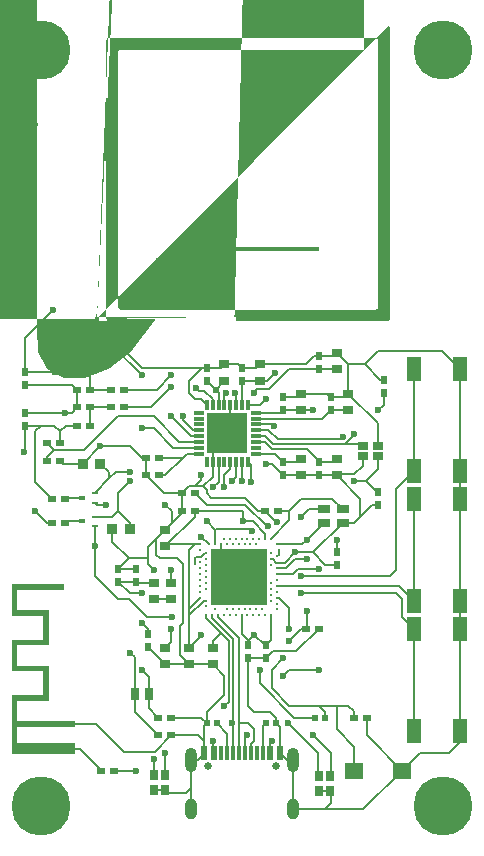
<source format=gtl>
G04 #@! TF.GenerationSoftware,KiCad,Pcbnew,9.0.3*
G04 #@! TF.CreationDate,2025-07-18T23:55:15-07:00*
G04 #@! TF.ProjectId,kikard,6b696b61-7264-42e6-9b69-6361645f7063,rev?*
G04 #@! TF.SameCoordinates,Original*
G04 #@! TF.FileFunction,Copper,L1,Top*
G04 #@! TF.FilePolarity,Positive*
%FSLAX46Y46*%
G04 Gerber Fmt 4.6, Leading zero omitted, Abs format (unit mm)*
G04 Created by KiCad (PCBNEW 9.0.3) date 2025-07-18 23:55:15*
%MOMM*%
%LPD*%
G01*
G04 APERTURE LIST*
G04 Aperture macros list*
%AMRoundRect*
0 Rectangle with rounded corners*
0 $1 Rounding radius*
0 $2 $3 $4 $5 $6 $7 $8 $9 X,Y pos of 4 corners*
0 Add a 4 corners polygon primitive as box body*
4,1,4,$2,$3,$4,$5,$6,$7,$8,$9,$2,$3,0*
0 Add four circle primitives for the rounded corners*
1,1,$1+$1,$2,$3*
1,1,$1+$1,$4,$5*
1,1,$1+$1,$6,$7*
1,1,$1+$1,$8,$9*
0 Add four rect primitives between the rounded corners*
20,1,$1+$1,$2,$3,$4,$5,0*
20,1,$1+$1,$4,$5,$6,$7,0*
20,1,$1+$1,$6,$7,$8,$9,0*
20,1,$1+$1,$8,$9,$2,$3,0*%
%AMFreePoly0*
4,1,203,24.639018,24.796157,24.711114,24.766294,24.766294,24.711114,24.796157,24.639018,24.800000,24.600000,24.800000,0.000000,24.796157,-0.039018,24.766294,-0.111114,24.711114,-0.166294,24.639018,-0.196157,24.600000,-0.200000,1.000000,-0.200000,0.960982,-0.196157,0.888886,-0.166294,0.833706,-0.111114,0.803843,-0.039018,0.800000,0.000000,0.800000,23.600000,0.803843,23.639018,0.833706,23.711114,
0.888886,23.766294,0.960982,23.796157,1.000000,23.800000,23.600000,23.800000,23.639018,23.796157,23.711114,23.766294,23.766294,23.711114,23.796157,23.639018,23.800000,23.600000,23.800000,1.000000,23.796157,0.960982,23.766294,0.888886,23.711114,0.833706,23.639018,0.803843,23.600000,0.800000,2.000000,0.800000,1.960982,0.803843,1.888886,0.833706,1.833706,0.888886,1.803843,0.960982,
1.800000,1.000000,1.800000,22.600000,1.803843,22.639018,1.833706,22.711114,1.888886,22.766294,1.960982,22.796157,2.000000,22.800000,22.600000,22.800000,22.639018,22.796157,22.711114,22.766294,22.766294,22.711114,22.796157,22.639018,22.800000,22.600000,22.800000,2.000000,22.796157,1.960982,22.766294,1.888886,22.711114,1.833706,22.639018,1.803843,22.600000,1.800000,3.000000,1.800000,
2.960982,1.803843,2.888886,1.833706,2.833706,1.888886,2.803843,1.960982,2.800000,2.000000,2.800000,21.600000,2.803843,21.639018,2.833706,21.711114,2.888886,21.766294,2.960982,21.796157,3.000000,21.800000,21.600000,21.800000,21.639018,21.796157,21.711114,21.766294,21.766294,21.711114,21.796157,21.639018,21.800000,21.600000,21.800000,3.000000,21.796157,2.960982,21.766294,2.888886,
21.711114,2.833706,21.639018,2.803843,21.600000,2.800000,4.000000,2.800000,3.960982,2.803843,3.888886,2.833706,3.833706,2.888886,3.803843,2.960982,3.800000,3.000000,3.800000,20.600000,3.803843,20.639018,3.833706,20.711114,3.888886,20.766294,3.960982,20.796157,4.000000,20.800000,20.600000,20.800000,20.639018,20.796157,20.711114,20.766294,20.766294,20.711114,20.796157,20.639018,
20.800000,20.600000,20.800000,4.000000,20.796157,3.960982,20.766294,3.888886,20.711114,3.833706,20.639018,3.803843,20.600000,3.800000,5.000000,3.800000,4.960982,3.803843,4.888886,3.833706,4.833706,3.888886,4.803843,3.960982,4.800000,4.000000,4.800000,19.600000,4.803843,19.639018,4.833706,19.711114,4.888886,19.766294,4.960982,19.796157,5.000000,19.800000,19.600000,19.800000,
19.639018,19.796157,19.711114,19.766294,19.766294,19.711114,19.796157,19.639018,19.800000,19.600000,19.800000,5.000000,19.796157,4.960982,19.766294,4.888886,19.711114,4.833706,19.639018,4.803843,19.600000,4.800000,6.000000,4.800000,5.960982,4.803843,5.888886,4.833706,5.833706,4.888886,5.803843,4.960982,5.800000,5.000000,5.800000,18.600000,5.803843,18.639018,5.833706,18.711114,
5.888886,18.766294,5.960982,18.796157,6.000000,18.800000,18.600000,18.800000,18.639018,18.796157,18.711114,18.766294,18.766294,18.711114,18.796157,18.639018,18.800000,18.600000,18.800000,6.000000,18.796157,5.960982,18.766294,5.888886,18.711114,5.833706,18.639018,5.803843,18.560982,5.803843,18.488886,5.833706,18.433706,5.888886,18.403843,5.960982,18.400000,6.000000,18.400000,18.400000,
6.200000,18.400000,6.200000,5.200000,19.400000,5.200000,19.400000,19.400000,5.200000,19.400000,5.200000,4.200000,20.400000,4.200000,20.400000,20.400000,4.200000,20.400000,4.200000,3.200000,21.400000,3.200000,21.400000,21.400000,3.200000,21.400000,3.200000,2.200000,22.400000,2.200000,22.400000,22.400000,2.200000,22.400000,2.200000,1.200000,23.400000,1.200000,23.400000,23.400000,
1.200000,23.400000,1.200000,0.200000,24.400000,0.200000,24.400000,24.400000,0.200000,24.400000,0.200000,0.000000,0.196157,-0.039018,0.166294,-0.111114,0.111114,-0.166294,0.039018,-0.196157,-0.039018,-0.196157,-0.111114,-0.166294,-0.166294,-0.111114,-0.196157,-0.039018,-0.200000,0.000000,-0.200000,24.600000,-0.196157,24.639018,-0.166294,24.711114,-0.111114,24.766294,-0.039018,24.796157,
0.000000,24.800000,24.600000,24.800000,24.639018,24.796157,24.639018,24.796157,$1*%
%AMFreePoly1*
4,1,21,11.639018,0.196157,11.711114,0.166294,11.766294,0.111114,11.796157,0.039018,11.796157,-0.039018,11.766294,-0.111114,11.711114,-0.166294,11.639018,-0.196157,11.600000,-0.200000,0.000000,-0.200000,-0.039018,-0.196157,-0.111114,-0.166294,-0.166294,-0.111114,-0.196157,-0.039018,-0.196157,0.039018,-0.166294,0.111114,-0.111114,0.166294,-0.039018,0.196157,0.000000,0.200000,11.600000,0.200000,
11.639018,0.196157,11.639018,0.196157,$1*%
G04 Aperture macros list end*
G04 #@! TA.AperFunction,EtchedComponent*
%ADD10C,0.000000*%
G04 #@! TD*
G04 #@! TA.AperFunction,SMDPad,CuDef*
%ADD11R,0.700000X0.900000*%
G04 #@! TD*
G04 #@! TA.AperFunction,SMDPad,CuDef*
%ADD12R,0.540000X0.790000*%
G04 #@! TD*
G04 #@! TA.AperFunction,SMDPad,CuDef*
%ADD13R,0.790000X0.540000*%
G04 #@! TD*
G04 #@! TA.AperFunction,SMDPad,CuDef*
%ADD14R,0.900000X0.800000*%
G04 #@! TD*
G04 #@! TA.AperFunction,SMDPad,CuDef*
%ADD15R,0.810000X0.860000*%
G04 #@! TD*
G04 #@! TA.AperFunction,SMDPad,CuDef*
%ADD16R,0.490000X0.290000*%
G04 #@! TD*
G04 #@! TA.AperFunction,SMDPad,CuDef*
%ADD17R,0.490000X0.430000*%
G04 #@! TD*
G04 #@! TA.AperFunction,ComponentPad*
%ADD18C,5.000000*%
G04 #@! TD*
G04 #@! TA.AperFunction,SMDPad,CuDef*
%ADD19R,1.100000X0.800000*%
G04 #@! TD*
G04 #@! TA.AperFunction,SMDPad,CuDef*
%ADD20R,0.570000X0.540000*%
G04 #@! TD*
G04 #@! TA.AperFunction,SMDPad,CuDef*
%ADD21RoundRect,0.032500X0.387500X0.097500X-0.387500X0.097500X-0.387500X-0.097500X0.387500X-0.097500X0*%
G04 #@! TD*
G04 #@! TA.AperFunction,SMDPad,CuDef*
%ADD22RoundRect,0.032500X0.097500X0.387500X-0.097500X0.387500X-0.097500X-0.387500X0.097500X-0.387500X0*%
G04 #@! TD*
G04 #@! TA.AperFunction,SMDPad,CuDef*
%ADD23R,3.500000X3.500000*%
G04 #@! TD*
G04 #@! TA.AperFunction,SMDPad,CuDef*
%ADD24R,0.860000X0.800000*%
G04 #@! TD*
G04 #@! TA.AperFunction,SMDPad,CuDef*
%ADD25R,1.530000X1.360000*%
G04 #@! TD*
G04 #@! TA.AperFunction,ComponentPad*
%ADD26C,0.400000*%
G04 #@! TD*
G04 #@! TA.AperFunction,SMDPad,CuDef*
%ADD27FreePoly0,0.000000*%
G04 #@! TD*
G04 #@! TA.AperFunction,SMDPad,CuDef*
%ADD28FreePoly1,0.000000*%
G04 #@! TD*
G04 #@! TA.AperFunction,SMDPad,CuDef*
%ADD29R,1.200000X2.000000*%
G04 #@! TD*
G04 #@! TA.AperFunction,SMDPad,CuDef*
%ADD30R,0.800000X1.000000*%
G04 #@! TD*
G04 #@! TA.AperFunction,SMDPad,CuDef*
%ADD31R,0.850000X0.700000*%
G04 #@! TD*
G04 #@! TA.AperFunction,ComponentPad*
%ADD32C,0.650000*%
G04 #@! TD*
G04 #@! TA.AperFunction,ComponentPad*
%ADD33O,1.000000X2.100000*%
G04 #@! TD*
G04 #@! TA.AperFunction,ComponentPad*
%ADD34O,1.000000X1.800000*%
G04 #@! TD*
G04 #@! TA.AperFunction,SMDPad,CuDef*
%ADD35R,0.600000X1.150000*%
G04 #@! TD*
G04 #@! TA.AperFunction,SMDPad,CuDef*
%ADD36R,0.300000X1.150000*%
G04 #@! TD*
G04 #@! TA.AperFunction,ConnectorPad*
%ADD37R,0.500000X0.500000*%
G04 #@! TD*
G04 #@! TA.AperFunction,ComponentPad*
%ADD38R,0.500000X0.900000*%
G04 #@! TD*
G04 #@! TA.AperFunction,SMDPad,CuDef*
%ADD39R,4.850000X4.850000*%
G04 #@! TD*
G04 #@! TA.AperFunction,SMDPad,CuDef*
%ADD40C,0.275000*%
G04 #@! TD*
G04 #@! TA.AperFunction,ViaPad*
%ADD41C,0.500000*%
G04 #@! TD*
G04 #@! TA.AperFunction,ViaPad*
%ADD42C,0.600000*%
G04 #@! TD*
G04 #@! TA.AperFunction,ViaPad*
%ADD43C,0.250000*%
G04 #@! TD*
G04 #@! TA.AperFunction,Conductor*
%ADD44C,0.200000*%
G04 #@! TD*
G04 APERTURE END LIST*
D10*
G04 #@! TA.AperFunction,EtchedComponent*
G36*
X134915000Y-113700000D02*
G01*
X130975000Y-113700000D01*
X130975000Y-115400000D01*
X133615000Y-115400000D01*
X133615000Y-118400000D01*
X130975000Y-118400000D01*
X130975000Y-120100000D01*
X133615000Y-120100000D01*
X133615000Y-123100000D01*
X130975000Y-123100000D01*
X130975000Y-124800000D01*
X135875000Y-124800000D01*
X135875000Y-125300000D01*
X130975000Y-125300000D01*
X130975000Y-126700000D01*
X135875000Y-126700000D01*
X135875000Y-127600000D01*
X135631785Y-127600000D01*
X130475000Y-127600000D01*
X130475000Y-127157267D01*
X135477018Y-127157267D01*
X135484908Y-127205353D01*
X135501814Y-127238245D01*
X135538584Y-127273185D01*
X135583378Y-127292847D01*
X135631785Y-127297583D01*
X135679395Y-127287742D01*
X135721797Y-127263674D01*
X135754581Y-127225731D01*
X135758935Y-127217819D01*
X135771043Y-127175156D01*
X135770300Y-127126637D01*
X135757400Y-127081122D01*
X135746787Y-127062511D01*
X135711553Y-127028868D01*
X135666368Y-127008309D01*
X135616842Y-127001778D01*
X135568583Y-127010218D01*
X135536357Y-127027112D01*
X135503687Y-127062372D01*
X135483592Y-127107682D01*
X135477018Y-127157267D01*
X130475000Y-127157267D01*
X130475000Y-122600000D01*
X133115000Y-122600000D01*
X133115000Y-120600000D01*
X130475000Y-120600000D01*
X130475000Y-117900000D01*
X133115000Y-117900000D01*
X133115000Y-115900000D01*
X130475000Y-115900000D01*
X130475000Y-113200000D01*
X134915000Y-113200000D01*
X134915000Y-113700000D01*
G37*
G04 #@! TD.AperFunction*
D11*
X157400000Y-130730000D03*
X156500000Y-130730000D03*
X157400000Y-129430000D03*
X156500000Y-129430000D03*
X143450000Y-130650000D03*
X142550000Y-130650000D03*
X143450000Y-129350000D03*
X142550000Y-129350000D03*
D12*
X150500000Y-119500000D03*
X150500000Y-118400000D03*
D13*
X141900000Y-102500000D03*
X143000000Y-102500000D03*
D14*
X147500000Y-118600000D03*
X147500000Y-120000000D03*
D13*
X133500000Y-102780000D03*
X134600000Y-102780000D03*
D15*
X139000000Y-108500000D03*
X140500000Y-108500000D03*
D14*
X159000000Y-97100000D03*
X159000000Y-98500000D03*
D16*
X137500000Y-108300000D03*
X137500000Y-107500000D03*
D17*
X136440000Y-107900000D03*
D13*
X138900000Y-96750000D03*
X140000000Y-96750000D03*
X144900000Y-107000000D03*
X146000000Y-107000000D03*
D12*
X156500000Y-104000000D03*
X156500000Y-102900000D03*
X141000000Y-111900000D03*
X141000000Y-113000000D03*
D18*
X167000000Y-132000000D03*
D12*
X147000000Y-94900000D03*
X147000000Y-96000000D03*
D19*
X156900000Y-108010000D03*
X158500000Y-108000000D03*
X158500000Y-106850000D03*
X156900000Y-106860000D03*
D13*
X134600000Y-101280000D03*
X133500000Y-101280000D03*
D20*
X156140000Y-124500000D03*
X157000000Y-124500000D03*
D13*
X146000000Y-105500000D03*
X144900000Y-105500000D03*
X144000000Y-124500000D03*
X142900000Y-124500000D03*
D21*
X151185000Y-102185000D03*
X151185000Y-101685000D03*
X151185000Y-101185000D03*
X151185000Y-100685000D03*
X151185000Y-100185000D03*
X151185000Y-99685000D03*
X151185000Y-99185000D03*
X151185000Y-98685000D03*
D22*
X150500000Y-98000000D03*
X150000000Y-98000000D03*
X149500000Y-98000000D03*
X149000000Y-98000000D03*
X148500000Y-98000000D03*
X148000000Y-98000000D03*
X147500000Y-98000000D03*
X147000000Y-98000000D03*
D21*
X146315000Y-98685000D03*
X146315000Y-99185000D03*
X146315000Y-99685000D03*
X146315000Y-100185000D03*
X146315000Y-100685000D03*
X146315000Y-101185000D03*
X146315000Y-101685000D03*
X146315000Y-102185000D03*
D22*
X147000000Y-102870000D03*
X147500000Y-102870000D03*
X148000000Y-102870000D03*
X148500000Y-102870000D03*
X149000000Y-102870000D03*
X149500000Y-102870000D03*
X150000000Y-102870000D03*
X150500000Y-102870000D03*
D23*
X148750000Y-100435000D03*
D12*
X157500000Y-97400000D03*
X157500000Y-98500000D03*
X149950000Y-94900000D03*
X149950000Y-96000000D03*
D24*
X142500000Y-114500000D03*
X142500000Y-113100000D03*
D12*
X139500000Y-111900000D03*
X139500000Y-113000000D03*
D13*
X134600000Y-92280000D03*
X133500000Y-92280000D03*
X144000000Y-126000000D03*
X142900000Y-126000000D03*
X156500000Y-117000000D03*
X155400000Y-117000000D03*
X136000000Y-99780000D03*
X137100000Y-99780000D03*
D25*
X159460000Y-129000000D03*
X163540000Y-129000000D03*
D13*
X153000000Y-107000000D03*
X151900000Y-107000000D03*
D26*
X137700000Y-90800000D03*
D27*
X137700000Y-90800000D03*
D26*
X144700000Y-84800000D03*
D28*
X144700000Y-84800000D03*
D12*
X153500000Y-97400000D03*
X153500000Y-98500000D03*
D18*
X133000000Y-68000000D03*
D29*
X164550000Y-114600000D03*
X164550000Y-106000000D03*
X168450000Y-114600000D03*
X168450000Y-106000000D03*
D20*
X152000000Y-125000000D03*
X152860000Y-125000000D03*
D12*
X156500000Y-93900000D03*
X156500000Y-95000000D03*
D30*
X142100000Y-122500000D03*
X140900000Y-122500000D03*
D29*
X164550000Y-125600000D03*
X164550000Y-117000000D03*
X168450000Y-125600000D03*
X168450000Y-117000000D03*
D24*
X144000000Y-113100000D03*
X144000000Y-114500000D03*
D20*
X147860000Y-125000000D03*
X147000000Y-125000000D03*
D14*
X158000000Y-93600000D03*
X158000000Y-95000000D03*
D31*
X160200000Y-102400000D03*
X161500000Y-102400000D03*
X161500000Y-101500000D03*
X160200000Y-101500000D03*
D32*
X147110000Y-128615000D03*
X152890000Y-128615000D03*
D33*
X145680000Y-128115000D03*
X154320000Y-128115000D03*
D34*
X145680000Y-132265000D03*
X154320000Y-132265000D03*
D35*
X146800000Y-127545000D03*
X147600000Y-127545000D03*
D36*
X148750000Y-127545000D03*
X149750000Y-127545000D03*
X150250000Y-127545000D03*
X151250000Y-127545000D03*
D35*
X153200000Y-127545000D03*
X152400000Y-127545000D03*
D36*
X151750000Y-127545000D03*
X150750000Y-127545000D03*
X149250000Y-127545000D03*
X148250000Y-127545000D03*
D13*
X138900000Y-98250000D03*
X140000000Y-98250000D03*
D14*
X143500000Y-108600000D03*
X143500000Y-110000000D03*
D12*
X142000000Y-117400000D03*
X142000000Y-118500000D03*
X162000000Y-95900000D03*
X162000000Y-97000000D03*
D18*
X167000000Y-68000000D03*
D13*
X136000000Y-98250000D03*
X137100000Y-98250000D03*
X159450000Y-124500000D03*
X160550000Y-124500000D03*
D29*
X164550000Y-103600000D03*
X164550000Y-95000000D03*
X168450000Y-103600000D03*
X168450000Y-95000000D03*
D16*
X137500000Y-106300000D03*
X137500000Y-105500000D03*
D17*
X136440000Y-105900000D03*
D13*
X133900000Y-108000000D03*
X135000000Y-108000000D03*
D14*
X148500000Y-94600000D03*
X148500000Y-96000000D03*
D12*
X152000000Y-119500000D03*
X152000000Y-118400000D03*
D14*
X143500000Y-120000000D03*
X143500000Y-118600000D03*
D13*
X141900000Y-104000000D03*
X143000000Y-104000000D03*
D14*
X158000000Y-104000000D03*
X158000000Y-102600000D03*
D15*
X136500000Y-103000000D03*
X138000000Y-103000000D03*
D12*
X131600000Y-95230000D03*
X131600000Y-96330000D03*
D14*
X155000000Y-97100000D03*
X155000000Y-98500000D03*
D13*
X138020000Y-129000000D03*
X139120000Y-129000000D03*
D12*
X131600000Y-98680000D03*
X131600000Y-99780000D03*
D13*
X133900000Y-106000000D03*
X135000000Y-106000000D03*
X134600000Y-93780000D03*
X133500000Y-93780000D03*
D12*
X153500000Y-104000000D03*
X153500000Y-102900000D03*
D14*
X155000000Y-104000000D03*
X155000000Y-102600000D03*
X145500000Y-120000000D03*
X145500000Y-118600000D03*
D12*
X161500000Y-106500000D03*
X161500000Y-105400000D03*
D37*
X135625000Y-125050000D03*
D38*
X135625000Y-127150000D03*
D14*
X151500000Y-94600000D03*
X151500000Y-96000000D03*
D13*
X137100000Y-96750000D03*
X136000000Y-96750000D03*
D12*
X158000000Y-110450000D03*
X158000000Y-111550000D03*
D13*
X136000000Y-95280000D03*
X137100000Y-95280000D03*
D39*
X149700000Y-112600000D03*
D40*
X148450000Y-109350000D03*
X148950000Y-109350000D03*
X149450000Y-109350000D03*
X149950000Y-109350000D03*
X150450000Y-109350000D03*
X150950000Y-109350000D03*
X151450000Y-109350000D03*
X151950000Y-109350000D03*
X152450000Y-109350000D03*
X152950000Y-114850000D03*
X146950000Y-115100000D03*
X147700000Y-115350000D03*
X148700000Y-115350000D03*
X149200000Y-115350000D03*
X149700000Y-115350000D03*
X150200000Y-115350000D03*
X150700000Y-115350000D03*
X151200000Y-115350000D03*
X151700000Y-115350000D03*
X152950000Y-115350000D03*
X146950000Y-115850000D03*
X147450000Y-115850000D03*
X147950000Y-115850000D03*
X148450000Y-115850000D03*
X148950000Y-115850000D03*
X149450000Y-115850000D03*
X149950000Y-115850000D03*
X150450000Y-115850000D03*
X150950000Y-115850000D03*
X151450000Y-115850000D03*
X151950000Y-115850000D03*
X152450000Y-115850000D03*
X146450000Y-109850000D03*
X147200000Y-109850000D03*
X147700000Y-109850000D03*
X148200000Y-109850000D03*
X148700000Y-109850000D03*
X149200000Y-109850000D03*
X149700000Y-109850000D03*
X150200000Y-109850000D03*
X150700000Y-109850000D03*
X151200000Y-109850000D03*
X152950000Y-109850000D03*
X146450000Y-110350000D03*
X146950000Y-110600000D03*
X152450000Y-110600000D03*
X152950000Y-110850000D03*
X146950000Y-111100000D03*
X152450000Y-111100000D03*
X146450000Y-111350000D03*
X146950000Y-111600000D03*
X152450000Y-111600000D03*
X146450000Y-111850000D03*
X152950000Y-111850000D03*
X146950000Y-112100000D03*
X146450000Y-112350000D03*
X152950000Y-112350000D03*
X146950000Y-112600000D03*
X146450000Y-112850000D03*
X152950000Y-112850000D03*
X146950000Y-113100000D03*
X152450000Y-113100000D03*
X146450000Y-113350000D03*
X152950000Y-113350000D03*
X146950000Y-113600000D03*
X152450000Y-113600000D03*
X146450000Y-113850000D03*
X152950000Y-113850000D03*
X152450000Y-114100000D03*
X146450000Y-114350000D03*
X152950000Y-114350000D03*
X146950000Y-114600000D03*
X152450000Y-114600000D03*
D18*
X133000000Y-132000000D03*
D41*
X161500000Y-101500000D03*
X160200000Y-102400000D03*
D42*
X152000000Y-103000000D03*
X135000000Y-98680000D03*
X152975735Y-107975735D03*
X152731478Y-99840399D03*
D43*
X148200000Y-109850000D03*
D42*
X154500000Y-110500000D03*
X144000000Y-99000000D03*
X142500000Y-112000000D03*
X138000000Y-101500000D03*
X146500000Y-104000000D03*
X155000000Y-107500000D03*
X143500000Y-106500000D03*
X145000000Y-99000000D03*
X131500000Y-102000000D03*
X134150000Y-95230000D03*
X134000000Y-90000000D03*
X132500000Y-107000000D03*
X144000000Y-117000000D03*
D43*
X147700000Y-115350000D03*
D42*
X151000000Y-117500000D03*
X151500000Y-120500000D03*
X146500000Y-117500000D03*
X150100000Y-107900000D03*
X155000000Y-102600000D03*
X147500000Y-126500000D03*
X152500000Y-126500000D03*
X142500000Y-128000000D03*
X148500000Y-123500000D03*
X153900000Y-125000000D03*
X156000000Y-98500000D03*
X153500000Y-121000000D03*
X156500000Y-120500000D03*
X152801735Y-95301735D03*
X147750000Y-96750000D03*
X152000000Y-97500000D03*
X151000000Y-97000000D03*
X149400000Y-97000000D03*
X158500000Y-100758450D03*
X159500000Y-104500000D03*
X161500000Y-98500000D03*
X159500000Y-100500000D03*
X158000000Y-109500000D03*
X155455000Y-109455000D03*
D43*
X146000000Y-111500000D03*
D42*
X140500000Y-119000000D03*
X141500000Y-120500000D03*
D43*
X146950000Y-111100000D03*
D42*
X147000000Y-107900000D03*
D43*
X153096256Y-110288769D03*
D42*
X141500000Y-114000000D03*
X150869121Y-108717651D03*
X152174265Y-108325735D03*
D43*
X152450000Y-110600000D03*
D42*
X141500000Y-116500000D03*
D43*
X146450000Y-110350000D03*
D42*
X155500000Y-115500000D03*
X154000000Y-118000000D03*
D43*
X152450000Y-111600000D03*
D42*
X141000000Y-129000000D03*
X141500000Y-100000000D03*
X141500000Y-95500000D03*
D43*
X149700000Y-115350000D03*
D42*
X153500000Y-119500000D03*
X146540156Y-109218905D03*
X144000000Y-112000000D03*
X144000000Y-96500000D03*
X148600000Y-97000000D03*
X144000000Y-95500000D03*
X146124265Y-96624265D03*
D43*
X148450000Y-115850000D03*
D42*
X143500000Y-127500000D03*
X154000000Y-117000000D03*
X156000000Y-126000000D03*
X144102000Y-116000000D03*
X137500000Y-110000000D03*
X138500000Y-106500000D03*
D43*
X146450000Y-112850000D03*
D42*
X140500000Y-103699997D03*
X156500000Y-111900000D03*
X140500000Y-104500000D03*
X155500000Y-111100000D03*
D43*
X152450000Y-113600000D03*
D42*
X155000000Y-114000000D03*
X155000000Y-112500000D03*
D43*
X152450000Y-113100000D03*
X151700000Y-115350000D03*
D42*
X150786793Y-104529761D03*
X149114579Y-104487851D03*
D43*
X150700000Y-115350000D03*
X149200000Y-115350000D03*
D42*
X148500000Y-105000000D03*
X149150000Y-125000000D03*
X150400000Y-126000000D03*
X147543849Y-104979567D03*
D43*
X148700000Y-115350000D03*
D42*
X149991063Y-104447187D03*
D43*
X151200000Y-115350000D03*
D44*
X142550000Y-130650000D02*
X143450000Y-130650000D01*
X156500000Y-130730000D02*
X157400000Y-130730000D01*
X159000000Y-97100000D02*
X161500000Y-99600000D01*
X161500000Y-99600000D02*
X161500000Y-101500000D01*
X160200000Y-103199000D02*
X159500000Y-103899000D01*
X160200000Y-102400000D02*
X160200000Y-103199000D01*
X159500000Y-103899000D02*
X158101000Y-103899000D01*
X158101000Y-103899000D02*
X158000000Y-104000000D01*
X147000000Y-98000000D02*
X146500000Y-97500000D01*
X146500000Y-97500000D02*
X146000000Y-97500000D01*
X146000000Y-97500000D02*
X145523265Y-97023265D01*
X145523265Y-95976735D02*
X146600000Y-94900000D01*
X145523265Y-97023265D02*
X145523265Y-95976735D01*
X146600000Y-94900000D02*
X147000000Y-94900000D01*
X154000000Y-107000000D02*
X154000000Y-107800000D01*
X154000000Y-107800000D02*
X152450000Y-109350000D01*
X158500000Y-106850000D02*
X157650000Y-106000000D01*
X157650000Y-106000000D02*
X155000000Y-106000000D01*
X155000000Y-106000000D02*
X154000000Y-107000000D01*
X136290000Y-127150000D02*
X138140000Y-129000000D01*
X135625000Y-127150000D02*
X136290000Y-127150000D01*
X146500000Y-124500000D02*
X147000000Y-125000000D01*
X153500000Y-104000000D02*
X155000000Y-104000000D01*
X144000000Y-124500000D02*
X146500000Y-124500000D01*
X141500000Y-102500000D02*
X141900000Y-102500000D01*
X154320000Y-128115000D02*
X153770000Y-128115000D01*
X148200000Y-111100000D02*
X149700000Y-112600000D01*
X152000000Y-103000000D02*
X152500000Y-103000000D01*
X166950000Y-93500000D02*
X161500000Y-93500000D01*
X157000000Y-132265000D02*
X154320000Y-132265000D01*
X151185000Y-99685000D02*
X152576079Y-99685000D01*
X160550000Y-126010000D02*
X163540000Y-129000000D01*
X140500000Y-101500000D02*
X141500000Y-102500000D01*
X145260000Y-130920000D02*
X145680000Y-130500000D01*
X158500000Y-108000000D02*
X156000000Y-110500000D01*
X146800000Y-125200000D02*
X147000000Y-125000000D01*
X141501000Y-94900000D02*
X147000000Y-94900000D01*
X156500000Y-117000000D02*
X154601000Y-118899000D01*
X157700000Y-93900000D02*
X158000000Y-93600000D01*
X148200000Y-94900000D02*
X148500000Y-94600000D01*
X156100000Y-93900000D02*
X156500000Y-93900000D01*
X159000000Y-97100000D02*
X159000000Y-94600000D01*
X149650000Y-94600000D02*
X149950000Y-94900000D01*
X143500000Y-120000000D02*
X145500000Y-120000000D01*
X168450000Y-126550000D02*
X167500000Y-127500000D01*
X146500000Y-104429000D02*
X146000000Y-104929000D01*
X145000000Y-99327542D02*
X145000000Y-99000000D01*
X145685000Y-100685000D02*
X144000000Y-99000000D01*
X144749000Y-116751000D02*
X144749000Y-119249000D01*
X142749000Y-109351000D02*
X142749000Y-110701000D01*
X158000000Y-111550000D02*
X157050000Y-111550000D01*
X138881000Y-92280000D02*
X141501000Y-94900000D01*
X143048000Y-111000000D02*
X144500000Y-111000000D01*
X139000000Y-109600000D02*
X140400000Y-111000000D01*
X146696000Y-104929000D02*
X146000000Y-104929000D01*
X168450000Y-117000000D02*
X168450000Y-125600000D01*
X131600000Y-96330000D02*
X135580000Y-96330000D01*
X146000000Y-104929000D02*
X145471000Y-104929000D01*
X135580000Y-96330000D02*
X136000000Y-96750000D01*
X154700000Y-97400000D02*
X155000000Y-97100000D01*
X146800000Y-127545000D02*
X146800000Y-126500000D01*
X152891367Y-111411500D02*
X153588500Y-111411500D01*
X146500000Y-104000000D02*
X146500000Y-104429000D01*
X136000000Y-96750000D02*
X136000000Y-98250000D01*
X156500000Y-93900000D02*
X157700000Y-93900000D01*
X161500000Y-106500000D02*
X161000000Y-106500000D01*
X154320000Y-132265000D02*
X154320000Y-128115000D01*
X148448000Y-122552000D02*
X148448000Y-120948000D01*
X163540000Y-129000000D02*
X164000000Y-129000000D01*
X145680000Y-128115000D02*
X146230000Y-128115000D01*
X134820000Y-103000000D02*
X134600000Y-102780000D01*
X147500000Y-104125000D02*
X146696000Y-104929000D01*
X147000000Y-124000000D02*
X147000000Y-125000000D01*
X158700000Y-97400000D02*
X159000000Y-97100000D01*
X154601000Y-118899000D02*
X152601000Y-118899000D01*
X153200000Y-127545000D02*
X153200000Y-125340000D01*
X153588500Y-111411500D02*
X154500000Y-110500000D01*
X168450000Y-95000000D02*
X166950000Y-93500000D01*
X138000000Y-101500000D02*
X140500000Y-101500000D01*
X148500000Y-94600000D02*
X149650000Y-94600000D01*
X135570000Y-98680000D02*
X136000000Y-98250000D01*
X142500000Y-112000000D02*
X142000000Y-111500000D01*
X158000000Y-104000000D02*
X160000000Y-106000000D01*
X144900000Y-107000000D02*
X144900000Y-107200000D01*
X153770000Y-128115000D02*
X153200000Y-127545000D01*
X157050000Y-111550000D02*
X156000000Y-110500000D01*
X147399000Y-105899000D02*
X147000000Y-105500000D01*
X147000000Y-105500000D02*
X147000000Y-105233000D01*
X168450000Y-103600000D02*
X168450000Y-106000000D01*
X136500000Y-103000000D02*
X138000000Y-101500000D01*
X143550000Y-130920000D02*
X145260000Y-130920000D01*
X140001000Y-127399000D02*
X142601000Y-127399000D01*
X148200000Y-109850000D02*
X148200000Y-111100000D01*
X152330000Y-124000000D02*
X152860000Y-124530000D01*
X157200000Y-97100000D02*
X157500000Y-97400000D01*
X160400000Y-94600000D02*
X159000000Y-94600000D01*
X143500000Y-106500000D02*
X144050000Y-107050000D01*
X145000000Y-116500000D02*
X144749000Y-116751000D01*
X156500000Y-104000000D02*
X158000000Y-104000000D01*
X147500000Y-102870000D02*
X147500000Y-104125000D01*
X149000000Y-100185000D02*
X148750000Y-100435000D01*
X160000000Y-107500000D02*
X159500000Y-108000000D01*
X151349943Y-107000000D02*
X150248943Y-105899000D01*
X151000000Y-124000000D02*
X152330000Y-124000000D01*
X142749000Y-110701000D02*
X143048000Y-111000000D01*
X156900000Y-106860000D02*
X155640000Y-106860000D01*
X143500000Y-108600000D02*
X142749000Y-109351000D01*
X168450000Y-95000000D02*
X168450000Y-103600000D01*
X145471000Y-104929000D02*
X144900000Y-105500000D01*
X153500000Y-97400000D02*
X154700000Y-97400000D01*
X168450000Y-125600000D02*
X168450000Y-126550000D01*
X135000000Y-98680000D02*
X135570000Y-98680000D01*
X144050000Y-108050000D02*
X143500000Y-108600000D01*
X147500000Y-120000000D02*
X148448000Y-120948000D01*
X160275000Y-132265000D02*
X163540000Y-129000000D01*
X152875735Y-107975735D02*
X151900000Y-107000000D01*
X144749000Y-119249000D02*
X145500000Y-120000000D01*
X156000000Y-110500000D02*
X154500000Y-110500000D01*
X152450000Y-111100000D02*
X152426000Y-111100000D01*
X160550000Y-124500000D02*
X160550000Y-126010000D01*
X135625000Y-125050000D02*
X137652000Y-125050000D01*
X144000000Y-126000000D02*
X146300000Y-126000000D01*
X155000000Y-104000000D02*
X156500000Y-104000000D01*
X155000000Y-97100000D02*
X157200000Y-97100000D01*
X153200000Y-125340000D02*
X152860000Y-125000000D01*
X141900000Y-102500000D02*
X141900000Y-104000000D01*
X157500000Y-97400000D02*
X158700000Y-97400000D01*
X148750000Y-100435000D02*
X147500000Y-101685000D01*
X137652000Y-125050000D02*
X140001000Y-127399000D01*
X155400000Y-94600000D02*
X156100000Y-93900000D01*
X146315000Y-100185000D02*
X145857458Y-100185000D01*
X151500000Y-94600000D02*
X155400000Y-94600000D01*
X159000000Y-94600000D02*
X158000000Y-93600000D01*
X148448000Y-122552000D02*
X147000000Y-124000000D01*
X161700000Y-95900000D02*
X160400000Y-94600000D01*
X142000000Y-118500000D02*
X143500000Y-120000000D01*
X152579867Y-111100000D02*
X152891367Y-111411500D01*
X131600000Y-98680000D02*
X135000000Y-98680000D01*
X162000000Y-95900000D02*
X161700000Y-95900000D01*
X142000000Y-110100000D02*
X142749000Y-109351000D01*
X159500000Y-108000000D02*
X158500000Y-108000000D01*
X157500000Y-131765000D02*
X157000000Y-132265000D01*
X155640000Y-106860000D02*
X155000000Y-107500000D01*
X145680000Y-132265000D02*
X145680000Y-130500000D01*
X145000000Y-111500000D02*
X145000000Y-116500000D01*
X151900000Y-107000000D02*
X151349943Y-107000000D01*
X134600000Y-92280000D02*
X138881000Y-92280000D01*
X152975735Y-107975735D02*
X152875735Y-107975735D01*
X168450000Y-114600000D02*
X168450000Y-117000000D01*
X145857458Y-100185000D02*
X145000000Y-99327542D01*
X146315000Y-100685000D02*
X145685000Y-100685000D01*
X146230000Y-128115000D02*
X146800000Y-127545000D01*
X150500000Y-123500000D02*
X151000000Y-124000000D01*
X146800000Y-126500000D02*
X146800000Y-125200000D01*
X167500000Y-127500000D02*
X165040000Y-127500000D01*
X144900000Y-107200000D02*
X144050000Y-108050000D01*
X144900000Y-105500000D02*
X144900000Y-107000000D01*
X142000000Y-111500000D02*
X142000000Y-111000000D01*
X145500000Y-120000000D02*
X147500000Y-120000000D01*
X168450000Y-106000000D02*
X168450000Y-114600000D01*
X144050000Y-107050000D02*
X144050000Y-108050000D01*
X152576079Y-99685000D02*
X152731478Y-99840399D01*
X150500000Y-119500000D02*
X150500000Y-123500000D01*
X145680000Y-130500000D02*
X145680000Y-128115000D01*
X139000000Y-108500000D02*
X139000000Y-109600000D01*
X147000000Y-105233000D02*
X146696000Y-104929000D01*
X151200000Y-94900000D02*
X151500000Y-94600000D01*
X149950000Y-94900000D02*
X151200000Y-94900000D01*
X152500000Y-103000000D02*
X153500000Y-104000000D01*
X152450000Y-111100000D02*
X152579867Y-111100000D01*
X141900000Y-104000000D02*
X143400000Y-105500000D01*
X146300000Y-126000000D02*
X146800000Y-126500000D01*
X165040000Y-127500000D02*
X163540000Y-129000000D01*
X147500000Y-101685000D02*
X147500000Y-102870000D01*
X152000000Y-119500000D02*
X150500000Y-119500000D01*
X157500000Y-131000000D02*
X157500000Y-131765000D01*
X139500000Y-111900000D02*
X140400000Y-111000000D01*
X136500000Y-103000000D02*
X134820000Y-103000000D01*
X161500000Y-93500000D02*
X160400000Y-94600000D01*
X149000000Y-98000000D02*
X149000000Y-100185000D01*
X142601000Y-127399000D02*
X144000000Y-126000000D01*
X140400000Y-111000000D02*
X142000000Y-111000000D01*
X150248943Y-105899000D02*
X147399000Y-105899000D01*
X161000000Y-106500000D02*
X160000000Y-107500000D01*
X152601000Y-118899000D02*
X152000000Y-119500000D01*
X157000000Y-132265000D02*
X160275000Y-132265000D01*
X144500000Y-111000000D02*
X145000000Y-111500000D01*
X160000000Y-106000000D02*
X160000000Y-107500000D01*
X141000000Y-111900000D02*
X139500000Y-111900000D01*
X142000000Y-111000000D02*
X142000000Y-110100000D01*
X147000000Y-94900000D02*
X148200000Y-94900000D01*
X152860000Y-124530000D02*
X152860000Y-125000000D01*
X143400000Y-105500000D02*
X144900000Y-105500000D01*
X133900000Y-106000000D02*
X132500000Y-104600000D01*
X134100000Y-99780000D02*
X134600000Y-100280000D01*
X131600000Y-99780000D02*
X133000000Y-99780000D01*
X131600000Y-101900000D02*
X131500000Y-102000000D01*
X135100000Y-99780000D02*
X134600000Y-100280000D01*
X132500000Y-100280000D02*
X133000000Y-99780000D01*
X131600000Y-99780000D02*
X131600000Y-101900000D01*
X133000000Y-99780000D02*
X134100000Y-99780000D01*
X136000000Y-99780000D02*
X135100000Y-99780000D01*
X134600000Y-100280000D02*
X134600000Y-101280000D01*
X132500000Y-104600000D02*
X132500000Y-100280000D01*
X131600000Y-95230000D02*
X131600000Y-92400000D01*
X134600000Y-94780000D02*
X134600000Y-93780000D01*
X133900000Y-108000000D02*
X133500000Y-108000000D01*
X134150000Y-95230000D02*
X134600000Y-94780000D01*
X131600000Y-95230000D02*
X134150000Y-95230000D01*
X133500000Y-108000000D02*
X132500000Y-107000000D01*
X136000000Y-95280000D02*
X135100000Y-95280000D01*
X131600000Y-92400000D02*
X134000000Y-90000000D01*
X135100000Y-95280000D02*
X134600000Y-94780000D01*
X144000000Y-118100000D02*
X143500000Y-118600000D01*
X144000000Y-117000000D02*
X144000000Y-118100000D01*
X146500000Y-117500000D02*
X146500000Y-117600000D01*
X146450000Y-114350000D02*
X145500000Y-115300000D01*
X150500000Y-117953033D02*
X150500000Y-118400000D01*
X154432900Y-124500000D02*
X156140000Y-124500000D01*
X151500000Y-120500000D02*
X151500000Y-121567100D01*
X150100000Y-107900000D02*
X150900000Y-107900000D01*
X146000000Y-109850000D02*
X143650000Y-109850000D01*
X150100000Y-107100000D02*
X150000000Y-107000000D01*
X146000000Y-107000000D02*
X146000000Y-107500000D01*
X150500000Y-118400000D02*
X150500000Y-118000000D01*
X145500000Y-115855546D02*
X145500000Y-116000000D01*
X152450000Y-115850000D02*
X152450000Y-117950000D01*
X146950000Y-114600000D02*
X146755546Y-114600000D01*
X151950000Y-108950000D02*
X151950000Y-109350000D01*
X152785000Y-102185000D02*
X153500000Y-102900000D01*
X150900000Y-107900000D02*
X151950000Y-108950000D01*
X151185000Y-102185000D02*
X152785000Y-102185000D01*
X143650000Y-109850000D02*
X143500000Y-110000000D01*
X145500000Y-110350000D02*
X146000000Y-109850000D01*
X150500000Y-118000000D02*
X151000000Y-117500000D01*
X146450000Y-109850000D02*
X146000000Y-109850000D01*
X146000000Y-107500000D02*
X143500000Y-110000000D01*
X145500000Y-115300000D02*
X145500000Y-110350000D01*
X151500000Y-121567100D02*
X154432900Y-124500000D01*
X146500000Y-117600000D02*
X145500000Y-118600000D01*
X153500000Y-102900000D02*
X154700000Y-102900000D01*
X152000000Y-118400000D02*
X151900000Y-118400000D01*
X154700000Y-102900000D02*
X155000000Y-102600000D01*
X150100000Y-107900000D02*
X150100000Y-107100000D01*
X145500000Y-116000000D02*
X145500000Y-118600000D01*
X149950000Y-117403033D02*
X150500000Y-117953033D01*
X151900000Y-118400000D02*
X151000000Y-117500000D01*
X149950000Y-115850000D02*
X149950000Y-117403033D01*
X146755546Y-114600000D02*
X145500000Y-115855546D01*
X150000000Y-107000000D02*
X146000000Y-107000000D01*
X145500000Y-115300000D02*
X145500000Y-116000000D01*
X152450000Y-117950000D02*
X152000000Y-118400000D01*
X146950000Y-116104333D02*
X146950000Y-115850000D01*
X149950000Y-96450000D02*
X150000000Y-96500000D01*
X153500000Y-98500000D02*
X155000000Y-98500000D01*
X156500000Y-120500000D02*
X154000000Y-120500000D01*
X148849000Y-123151000D02*
X148849000Y-118003333D01*
X148849000Y-118003333D02*
X148172834Y-117327166D01*
X147500000Y-118600000D02*
X147500000Y-118000000D01*
X152400000Y-127545000D02*
X152400000Y-126600000D01*
X151500000Y-96000000D02*
X152103470Y-96000000D01*
X154000000Y-120500000D02*
X153500000Y-121000000D01*
X156400000Y-127500000D02*
X153900000Y-125000000D01*
X147500000Y-126500000D02*
X147500000Y-127445000D01*
X147500000Y-127445000D02*
X147600000Y-127545000D01*
X147500000Y-118000000D02*
X148172834Y-117327166D01*
X156000000Y-98500000D02*
X155000000Y-98500000D01*
X152103470Y-96000000D02*
X152801735Y-95301735D01*
X149950000Y-96000000D02*
X149950000Y-96450000D01*
X156400000Y-129160000D02*
X156400000Y-127500000D01*
X142500000Y-128000000D02*
X142500000Y-129030000D01*
X151500000Y-96000000D02*
X149950000Y-96000000D01*
X148500000Y-123500000D02*
X148849000Y-123151000D01*
X148172834Y-117327166D02*
X146950000Y-116104333D01*
X150000000Y-96500000D02*
X150000000Y-98000000D01*
X142500000Y-129030000D02*
X142450000Y-129080000D01*
X153315000Y-98685000D02*
X153500000Y-98500000D01*
X151185000Y-98685000D02*
X153315000Y-98685000D01*
X152400000Y-126600000D02*
X152500000Y-126500000D01*
X143500000Y-104000000D02*
X143000000Y-104000000D01*
X146315000Y-102185000D02*
X145315000Y-102185000D01*
X143000000Y-102500000D02*
X145000000Y-102500000D01*
X145315000Y-102185000D02*
X145000000Y-102500000D01*
X145000000Y-102500000D02*
X143500000Y-104000000D01*
X150500000Y-98000000D02*
X151500000Y-98000000D01*
X148000000Y-97000000D02*
X148000000Y-98000000D01*
X151500000Y-98000000D02*
X152000000Y-97500000D01*
X147000000Y-96000000D02*
X147750000Y-96750000D01*
X147750000Y-96750000D02*
X148000000Y-97000000D01*
X147750000Y-96750000D02*
X148500000Y-96000000D01*
X149500000Y-98000000D02*
X149500000Y-97100000D01*
X156500000Y-95000000D02*
X158000000Y-95000000D01*
X152251000Y-96701000D02*
X151299000Y-96701000D01*
X153952000Y-95000000D02*
X152251000Y-96701000D01*
X149500000Y-97100000D02*
X149400000Y-97000000D01*
X151299000Y-96701000D02*
X151000000Y-97000000D01*
X156500000Y-95000000D02*
X153952000Y-95000000D01*
X157500000Y-98500000D02*
X159000000Y-98500000D01*
X151201000Y-99201000D02*
X151185000Y-99185000D01*
X157500000Y-98500000D02*
X156799000Y-99201000D01*
X156799000Y-99201000D02*
X151201000Y-99201000D01*
X157700000Y-102900000D02*
X158000000Y-102600000D01*
X156500000Y-102775000D02*
X156500000Y-102900000D01*
X151185000Y-101185000D02*
X151901000Y-101185000D01*
X155509000Y-101784000D02*
X156500000Y-102775000D01*
X151901000Y-101185000D02*
X152500000Y-101784000D01*
X156500000Y-102900000D02*
X157700000Y-102900000D01*
X152500000Y-101784000D02*
X155509000Y-101784000D01*
X159500000Y-104500000D02*
X160500000Y-104500000D01*
X151185000Y-100185000D02*
X152227550Y-100185000D01*
X158301000Y-100957450D02*
X158500000Y-100758450D01*
X161500000Y-105400000D02*
X161400000Y-105400000D01*
X152227550Y-100185000D02*
X153000000Y-100957450D01*
X161500000Y-103500000D02*
X161500000Y-102400000D01*
X161400000Y-105400000D02*
X160500000Y-104500000D01*
X160500000Y-104500000D02*
X161500000Y-103500000D01*
X153000000Y-100957450D02*
X158301000Y-100957450D01*
X160058450Y-101358450D02*
X160200000Y-101500000D01*
X151185000Y-100685000D02*
X151968100Y-100685000D01*
X152641550Y-101358450D02*
X160058450Y-101358450D01*
X162000000Y-97000000D02*
X162000000Y-98000000D01*
X151968100Y-100685000D02*
X152641550Y-101358450D01*
X159500000Y-100608393D02*
X158748943Y-101359450D01*
X162000000Y-98000000D02*
X161500000Y-98500000D01*
X159500000Y-100500000D02*
X159500000Y-100608393D01*
X153000000Y-107000000D02*
X154000000Y-107000000D01*
X158000000Y-110450000D02*
X158000000Y-109500000D01*
X155455000Y-109455000D02*
X156900000Y-108010000D01*
X152950000Y-109850000D02*
X155060000Y-109850000D01*
X155060000Y-109850000D02*
X155455000Y-109455000D01*
X146000000Y-111000000D02*
X146000000Y-111500000D01*
X146518367Y-110911500D02*
X146088500Y-110911500D01*
X140900000Y-122500000D02*
X140900000Y-124000000D01*
X140900000Y-124000000D02*
X142900000Y-126000000D01*
X146088500Y-110911500D02*
X146000000Y-111000000D01*
X146950000Y-110600000D02*
X146829867Y-110600000D01*
X146829867Y-110600000D02*
X146518367Y-110911500D01*
X140500000Y-119000000D02*
X140900000Y-119400000D01*
X140900000Y-119400000D02*
X140900000Y-122500000D01*
X142100000Y-122500000D02*
X142100000Y-123700000D01*
X142100000Y-121100000D02*
X142100000Y-122500000D01*
X142100000Y-123700000D02*
X142900000Y-124500000D01*
X141500000Y-120500000D02*
X142100000Y-121100000D01*
X140500000Y-114000000D02*
X139500000Y-113000000D01*
X150869121Y-108717651D02*
X150651470Y-108500000D01*
X147800000Y-108500000D02*
X147700000Y-108600000D01*
X141000000Y-113000000D02*
X139500000Y-113000000D01*
X141100000Y-113100000D02*
X141000000Y-113000000D01*
X153096256Y-110703744D02*
X152950000Y-110850000D01*
X142500000Y-113100000D02*
X141100000Y-113100000D01*
X147700000Y-108600000D02*
X147000000Y-107900000D01*
X150651470Y-108500000D02*
X147800000Y-108500000D01*
X141500000Y-114000000D02*
X140500000Y-114000000D01*
X147700000Y-109850000D02*
X147700000Y-108600000D01*
X153096256Y-110288769D02*
X153096256Y-110703744D01*
X150248902Y-106500000D02*
X152074637Y-108325735D01*
X150248902Y-106500000D02*
X147000000Y-106500000D01*
X147000000Y-106500000D02*
X146000000Y-105500000D01*
X152074637Y-108325735D02*
X152174265Y-108325735D01*
X141500000Y-116500000D02*
X142000000Y-117000000D01*
X142000000Y-117000000D02*
X142000000Y-117400000D01*
X155000000Y-117000000D02*
X154000000Y-118000000D01*
X155500000Y-116900000D02*
X155400000Y-117000000D01*
X141000000Y-129000000D02*
X139000000Y-129000000D01*
X155400000Y-117000000D02*
X155000000Y-117000000D01*
X155500000Y-115500000D02*
X155500000Y-116900000D01*
X144685000Y-101185000D02*
X142500000Y-99000000D01*
X136649000Y-101851000D02*
X134071000Y-101851000D01*
X133500000Y-102422000D02*
X134071000Y-101851000D01*
X134071000Y-101851000D02*
X133500000Y-101280000D01*
X133500000Y-102780000D02*
X133500000Y-102422000D01*
X142500000Y-99000000D02*
X139500000Y-99000000D01*
X146315000Y-101185000D02*
X144685000Y-101185000D01*
X139500000Y-99000000D02*
X136649000Y-101851000D01*
X138900000Y-98250000D02*
X137100000Y-98250000D01*
X137100000Y-98250000D02*
X137100000Y-99780000D01*
X137100000Y-96750000D02*
X137100000Y-95280000D01*
X138900000Y-96750000D02*
X137100000Y-96750000D01*
X142500000Y-100000000D02*
X141500000Y-100000000D01*
X146315000Y-101685000D02*
X144185000Y-101685000D01*
X134149000Y-92851000D02*
X134071000Y-92851000D01*
X141500000Y-95500000D02*
X138851000Y-92851000D01*
X133500000Y-93780000D02*
X133500000Y-93500000D01*
X134071000Y-92851000D02*
X133500000Y-92280000D01*
X133500000Y-93500000D02*
X134149000Y-92851000D01*
X144185000Y-101685000D02*
X142500000Y-100000000D01*
X138851000Y-92851000D02*
X134149000Y-92851000D01*
X135100000Y-105900000D02*
X135000000Y-106000000D01*
X136440000Y-105900000D02*
X135100000Y-105900000D01*
X135100000Y-107900000D02*
X135000000Y-108000000D01*
X136440000Y-107900000D02*
X135100000Y-107900000D01*
X156500000Y-123500000D02*
X156485000Y-123515000D01*
X158000000Y-123500000D02*
X158000000Y-125500000D01*
X159450000Y-123950000D02*
X159000000Y-123500000D01*
X152500000Y-120500000D02*
X152500000Y-122000000D01*
X157000000Y-124030000D02*
X157000000Y-124500000D01*
X159460000Y-126960000D02*
X159460000Y-129000000D01*
X158000000Y-123500000D02*
X156500000Y-123500000D01*
X156470000Y-123500000D02*
X156485000Y-123515000D01*
X156485000Y-123515000D02*
X157000000Y-124030000D01*
X159450000Y-124500000D02*
X159450000Y-123950000D01*
X158000000Y-125500000D02*
X159460000Y-126960000D01*
X152500000Y-122000000D02*
X154000000Y-123500000D01*
X159000000Y-123500000D02*
X158000000Y-123500000D01*
X154000000Y-123500000D02*
X156470000Y-123500000D01*
X153500000Y-119500000D02*
X152500000Y-120500000D01*
X147171251Y-109850000D02*
X146540156Y-109218905D01*
X144000000Y-112000000D02*
X144000000Y-113100000D01*
X147200000Y-109850000D02*
X147171251Y-109850000D01*
X144000000Y-114500000D02*
X142500000Y-114500000D01*
X148500000Y-97100000D02*
X148600000Y-97000000D01*
X142250000Y-98250000D02*
X140000000Y-98250000D01*
X148500000Y-98000000D02*
X148500000Y-97100000D01*
X144000000Y-96500000D02*
X142250000Y-98250000D01*
X146327493Y-96827493D02*
X146124265Y-96624265D01*
X147500000Y-98000000D02*
X147500000Y-97542458D01*
X147500000Y-97542458D02*
X146785035Y-96827493D01*
X144000000Y-95500000D02*
X142750000Y-96750000D01*
X142750000Y-96750000D02*
X140000000Y-96750000D01*
X146785035Y-96827493D02*
X146327493Y-96827493D01*
X143500000Y-129030000D02*
X143550000Y-129080000D01*
X143500000Y-127500000D02*
X143500000Y-129030000D01*
X157500000Y-129160000D02*
X157500000Y-127500000D01*
X153144454Y-114350000D02*
X152950000Y-114350000D01*
X157500000Y-127500000D02*
X156000000Y-126000000D01*
X154000000Y-117000000D02*
X154000000Y-115205546D01*
X154000000Y-115205546D02*
X153144454Y-114350000D01*
X140432900Y-114500000D02*
X139500000Y-114500000D01*
X141932900Y-116000000D02*
X140432900Y-114500000D01*
X138500000Y-106500000D02*
X137700000Y-106500000D01*
X137700000Y-106500000D02*
X137500000Y-106300000D01*
X137500000Y-112500000D02*
X137500000Y-108300000D01*
X139500000Y-114500000D02*
X137500000Y-112500000D01*
X144102000Y-116000000D02*
X141932900Y-116000000D01*
X139300003Y-103699997D02*
X138750000Y-104250000D01*
X138000000Y-103000000D02*
X138750000Y-103750000D01*
X138750000Y-103750000D02*
X138750000Y-104250000D01*
X154750057Y-111900000D02*
X156500000Y-111900000D01*
X140500000Y-103699997D02*
X139300003Y-103699997D01*
X152950000Y-112350000D02*
X154300057Y-112350000D01*
X138750000Y-104250000D02*
X137500000Y-105500000D01*
X154300057Y-112350000D02*
X154750057Y-111900000D01*
X140500000Y-104500000D02*
X139500000Y-105500000D01*
X153751000Y-111850000D02*
X154500000Y-111101000D01*
X140500000Y-108000000D02*
X139500000Y-107000000D01*
X154501000Y-111100000D02*
X155500000Y-111100000D01*
X139500000Y-107000000D02*
X139000000Y-107500000D01*
X154500000Y-111101000D02*
X154501000Y-111100000D01*
X139000000Y-107500000D02*
X137500000Y-107500000D01*
X140500000Y-108500000D02*
X140500000Y-108000000D01*
X139500000Y-105500000D02*
X139500000Y-107000000D01*
X152950000Y-111850000D02*
X153751000Y-111850000D01*
X148750000Y-125890000D02*
X147860000Y-125000000D01*
X148750000Y-127545000D02*
X148750000Y-125890000D01*
X151750000Y-125250000D02*
X152000000Y-125000000D01*
X151750000Y-127545000D02*
X151750000Y-125250000D01*
X163000000Y-114000000D02*
X163500000Y-114500000D01*
X164550000Y-117000000D02*
X164550000Y-125600000D01*
X155000000Y-114000000D02*
X163000000Y-114000000D01*
X163500000Y-115950000D02*
X164550000Y-117000000D01*
X163500000Y-114500000D02*
X163500000Y-115950000D01*
X164550000Y-114600000D02*
X164550000Y-106000000D01*
X163300000Y-113350000D02*
X164550000Y-114600000D01*
X152950000Y-113350000D02*
X163300000Y-113350000D01*
X155000000Y-112500000D02*
X162500000Y-112500000D01*
X163000000Y-105150000D02*
X164550000Y-103600000D01*
X163000000Y-112000000D02*
X163000000Y-105150000D01*
X164550000Y-103600000D02*
X164550000Y-95000000D01*
X162500000Y-112500000D02*
X163000000Y-112000000D01*
X150786793Y-103156793D02*
X150500000Y-102870000D01*
X150786793Y-104529761D02*
X150786793Y-103156793D01*
X149500000Y-104102430D02*
X149500000Y-102870000D01*
X149114579Y-104487851D02*
X149500000Y-104102430D01*
X148500000Y-104000000D02*
X149000000Y-103500000D01*
X149000000Y-103500000D02*
X149000000Y-102870000D01*
X148500000Y-105000000D02*
X148500000Y-104000000D01*
X150250000Y-127545000D02*
X150250000Y-126150000D01*
X150250000Y-126150000D02*
X150400000Y-126000000D01*
X149250000Y-124900000D02*
X149250000Y-117837233D01*
X147450000Y-116037233D02*
X147450000Y-115850000D01*
X149250000Y-127545000D02*
X149250000Y-125100000D01*
X149250000Y-125100000D02*
X149150000Y-125000000D01*
X149250000Y-117837233D02*
X147450000Y-116037233D01*
X149150000Y-125000000D02*
X149250000Y-124900000D01*
X147543849Y-104979567D02*
X148000000Y-104523416D01*
X148000000Y-104523416D02*
X148000000Y-102870000D01*
X151000000Y-125500000D02*
X150500000Y-125000000D01*
X149750000Y-127545000D02*
X149750000Y-125000000D01*
X149750000Y-117770133D02*
X147950000Y-115970133D01*
X149750000Y-117770133D02*
X149750000Y-125000000D01*
X147950000Y-115970133D02*
X147950000Y-115850000D01*
X150500000Y-125000000D02*
X149750000Y-125000000D01*
X151000000Y-126500000D02*
X151000000Y-125500000D01*
X150750000Y-127545000D02*
X150750000Y-126750000D01*
X150750000Y-126750000D02*
X151000000Y-126500000D01*
X149991063Y-102878937D02*
X150000000Y-102870000D01*
X149991063Y-104447187D02*
X149991063Y-102878937D01*
M02*

</source>
